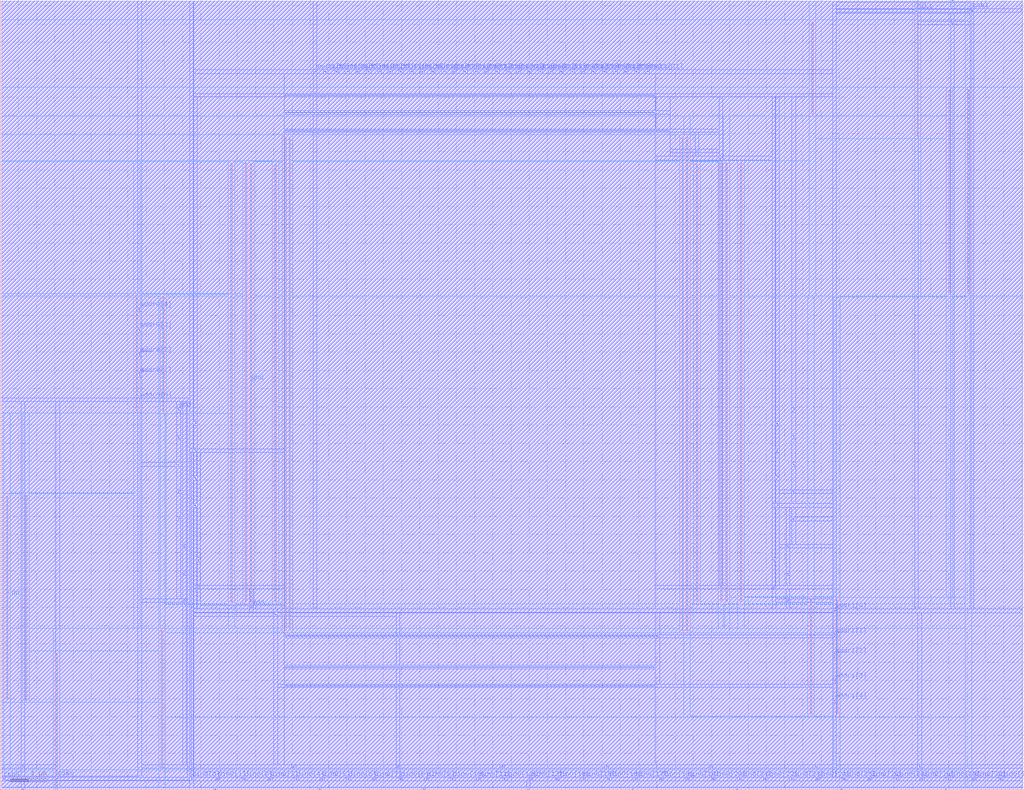
<source format=lef>
VERSION 5.4 ;
NAMESCASESENSITIVE ON ;
BUSBITCHARS "[]" ;
DIVIDERCHAR "/" ;
UNITS
  DATABASE MICRONS 2000 ;
END UNITS
MACRO freepdk45_sram_1w1r_32x32_32
   CLASS BLOCK ;
   SIZE 112.245 BY 86.67 ;
   SYMMETRY X Y R90 ;
   PIN din0[0]
      DIRECTION INPUT ;
      PORT
         LAYER metal3 ;
         RECT  20.94 1.1075 21.075 1.2425 ;
      END
   END din0[0]
   PIN din0[1]
      DIRECTION INPUT ;
      PORT
         LAYER metal3 ;
         RECT  23.8 1.1075 23.935 1.2425 ;
      END
   END din0[1]
   PIN din0[2]
      DIRECTION INPUT ;
      PORT
         LAYER metal3 ;
         RECT  26.66 1.1075 26.795 1.2425 ;
      END
   END din0[2]
   PIN din0[3]
      DIRECTION INPUT ;
      PORT
         LAYER metal3 ;
         RECT  29.52 1.1075 29.655 1.2425 ;
      END
   END din0[3]
   PIN din0[4]
      DIRECTION INPUT ;
      PORT
         LAYER metal3 ;
         RECT  32.38 1.1075 32.515 1.2425 ;
      END
   END din0[4]
   PIN din0[5]
      DIRECTION INPUT ;
      PORT
         LAYER metal3 ;
         RECT  35.24 1.1075 35.375 1.2425 ;
      END
   END din0[5]
   PIN din0[6]
      DIRECTION INPUT ;
      PORT
         LAYER metal3 ;
         RECT  38.1 1.1075 38.235 1.2425 ;
      END
   END din0[6]
   PIN din0[7]
      DIRECTION INPUT ;
      PORT
         LAYER metal3 ;
         RECT  40.96 1.1075 41.095 1.2425 ;
      END
   END din0[7]
   PIN din0[8]
      DIRECTION INPUT ;
      PORT
         LAYER metal3 ;
         RECT  43.82 1.1075 43.955 1.2425 ;
      END
   END din0[8]
   PIN din0[9]
      DIRECTION INPUT ;
      PORT
         LAYER metal3 ;
         RECT  46.68 1.1075 46.815 1.2425 ;
      END
   END din0[9]
   PIN din0[10]
      DIRECTION INPUT ;
      PORT
         LAYER metal3 ;
         RECT  49.54 1.1075 49.675 1.2425 ;
      END
   END din0[10]
   PIN din0[11]
      DIRECTION INPUT ;
      PORT
         LAYER metal3 ;
         RECT  52.4 1.1075 52.535 1.2425 ;
      END
   END din0[11]
   PIN din0[12]
      DIRECTION INPUT ;
      PORT
         LAYER metal3 ;
         RECT  55.26 1.1075 55.395 1.2425 ;
      END
   END din0[12]
   PIN din0[13]
      DIRECTION INPUT ;
      PORT
         LAYER metal3 ;
         RECT  58.12 1.1075 58.255 1.2425 ;
      END
   END din0[13]
   PIN din0[14]
      DIRECTION INPUT ;
      PORT
         LAYER metal3 ;
         RECT  60.98 1.1075 61.115 1.2425 ;
      END
   END din0[14]
   PIN din0[15]
      DIRECTION INPUT ;
      PORT
         LAYER metal3 ;
         RECT  63.84 1.1075 63.975 1.2425 ;
      END
   END din0[15]
   PIN din0[16]
      DIRECTION INPUT ;
      PORT
         LAYER metal3 ;
         RECT  66.7 1.1075 66.835 1.2425 ;
      END
   END din0[16]
   PIN din0[17]
      DIRECTION INPUT ;
      PORT
         LAYER metal3 ;
         RECT  69.56 1.1075 69.695 1.2425 ;
      END
   END din0[17]
   PIN din0[18]
      DIRECTION INPUT ;
      PORT
         LAYER metal3 ;
         RECT  72.42 1.1075 72.555 1.2425 ;
      END
   END din0[18]
   PIN din0[19]
      DIRECTION INPUT ;
      PORT
         LAYER metal3 ;
         RECT  75.28 1.1075 75.415 1.2425 ;
      END
   END din0[19]
   PIN din0[20]
      DIRECTION INPUT ;
      PORT
         LAYER metal3 ;
         RECT  78.14 1.1075 78.275 1.2425 ;
      END
   END din0[20]
   PIN din0[21]
      DIRECTION INPUT ;
      PORT
         LAYER metal3 ;
         RECT  81.0 1.1075 81.135 1.2425 ;
      END
   END din0[21]
   PIN din0[22]
      DIRECTION INPUT ;
      PORT
         LAYER metal3 ;
         RECT  83.86 1.1075 83.995 1.2425 ;
      END
   END din0[22]
   PIN din0[23]
      DIRECTION INPUT ;
      PORT
         LAYER metal3 ;
         RECT  86.72 1.1075 86.855 1.2425 ;
      END
   END din0[23]
   PIN din0[24]
      DIRECTION INPUT ;
      PORT
         LAYER metal3 ;
         RECT  89.58 1.1075 89.715 1.2425 ;
      END
   END din0[24]
   PIN din0[25]
      DIRECTION INPUT ;
      PORT
         LAYER metal3 ;
         RECT  92.44 1.1075 92.575 1.2425 ;
      END
   END din0[25]
   PIN din0[26]
      DIRECTION INPUT ;
      PORT
         LAYER metal3 ;
         RECT  95.3 1.1075 95.435 1.2425 ;
      END
   END din0[26]
   PIN din0[27]
      DIRECTION INPUT ;
      PORT
         LAYER metal3 ;
         RECT  98.16 1.1075 98.295 1.2425 ;
      END
   END din0[27]
   PIN din0[28]
      DIRECTION INPUT ;
      PORT
         LAYER metal3 ;
         RECT  101.02 1.1075 101.155 1.2425 ;
      END
   END din0[28]
   PIN din0[29]
      DIRECTION INPUT ;
      PORT
         LAYER metal3 ;
         RECT  103.88 1.1075 104.015 1.2425 ;
      END
   END din0[29]
   PIN din0[30]
      DIRECTION INPUT ;
      PORT
         LAYER metal3 ;
         RECT  106.74 1.1075 106.875 1.2425 ;
      END
   END din0[30]
   PIN din0[31]
      DIRECTION INPUT ;
      PORT
         LAYER metal3 ;
         RECT  109.6 1.1075 109.735 1.2425 ;
      END
   END din0[31]
   PIN addr0[0]
      DIRECTION INPUT ;
      PORT
         LAYER metal3 ;
         RECT  15.22 42.7075 15.355 42.8425 ;
      END
   END addr0[0]
   PIN addr0[1]
      DIRECTION INPUT ;
      PORT
         LAYER metal3 ;
         RECT  15.22 45.4375 15.355 45.5725 ;
      END
   END addr0[1]
   PIN addr0[2]
      DIRECTION INPUT ;
      PORT
         LAYER metal3 ;
         RECT  15.22 47.6475 15.355 47.7825 ;
      END
   END addr0[2]
   PIN addr0[3]
      DIRECTION INPUT ;
      PORT
         LAYER metal3 ;
         RECT  15.22 50.3775 15.355 50.5125 ;
      END
   END addr0[3]
   PIN addr0[4]
      DIRECTION INPUT ;
      PORT
         LAYER metal3 ;
         RECT  15.22 52.5875 15.355 52.7225 ;
      END
   END addr0[4]
   PIN addr1[0]
      DIRECTION INPUT ;
      PORT
         LAYER metal3 ;
         RECT  91.41 19.5675 91.545 19.7025 ;
      END
   END addr1[0]
   PIN addr1[1]
      DIRECTION INPUT ;
      PORT
         LAYER metal3 ;
         RECT  91.41 16.8375 91.545 16.9725 ;
      END
   END addr1[1]
   PIN addr1[2]
      DIRECTION INPUT ;
      PORT
         LAYER metal3 ;
         RECT  91.41 14.6275 91.545 14.7625 ;
      END
   END addr1[2]
   PIN addr1[3]
      DIRECTION INPUT ;
      PORT
         LAYER metal3 ;
         RECT  91.41 11.8975 91.545 12.0325 ;
      END
   END addr1[3]
   PIN addr1[4]
      DIRECTION INPUT ;
      PORT
         LAYER metal3 ;
         RECT  91.41 9.6875 91.545 9.8225 ;
      END
   END addr1[4]
   PIN csb0
      DIRECTION INPUT ;
      PORT
         LAYER metal3 ;
         RECT  0.285 1.1075 0.42 1.2425 ;
      END
   END csb0
   PIN csb1
      DIRECTION INPUT ;
      PORT
         LAYER metal3 ;
         RECT  106.485 85.4275 106.62 85.5625 ;
      END
   END csb1
   PIN clk0
      DIRECTION INPUT ;
      PORT
         LAYER metal3 ;
         RECT  6.2475 1.1925 6.3825 1.3275 ;
      END
   END clk0
   PIN clk1
      DIRECTION INPUT ;
      PORT
         LAYER metal3 ;
         RECT  100.3825 85.3425 100.5175 85.4775 ;
      END
   END clk1
   PIN dout1[0]
      DIRECTION OUTPUT ;
      PORT
         LAYER metal3 ;
         RECT  34.4525 78.72 34.5875 78.855 ;
      END
   END dout1[0]
   PIN dout1[1]
      DIRECTION OUTPUT ;
      PORT
         LAYER metal3 ;
         RECT  35.6275 78.72 35.7625 78.855 ;
      END
   END dout1[1]
   PIN dout1[2]
      DIRECTION OUTPUT ;
      PORT
         LAYER metal3 ;
         RECT  36.8025 78.72 36.9375 78.855 ;
      END
   END dout1[2]
   PIN dout1[3]
      DIRECTION OUTPUT ;
      PORT
         LAYER metal3 ;
         RECT  37.9775 78.72 38.1125 78.855 ;
      END
   END dout1[3]
   PIN dout1[4]
      DIRECTION OUTPUT ;
      PORT
         LAYER metal3 ;
         RECT  39.1525 78.72 39.2875 78.855 ;
      END
   END dout1[4]
   PIN dout1[5]
      DIRECTION OUTPUT ;
      PORT
         LAYER metal3 ;
         RECT  40.3275 78.72 40.4625 78.855 ;
      END
   END dout1[5]
   PIN dout1[6]
      DIRECTION OUTPUT ;
      PORT
         LAYER metal3 ;
         RECT  41.5025 78.72 41.6375 78.855 ;
      END
   END dout1[6]
   PIN dout1[7]
      DIRECTION OUTPUT ;
      PORT
         LAYER metal3 ;
         RECT  42.6775 78.72 42.8125 78.855 ;
      END
   END dout1[7]
   PIN dout1[8]
      DIRECTION OUTPUT ;
      PORT
         LAYER metal3 ;
         RECT  43.8525 78.72 43.9875 78.855 ;
      END
   END dout1[8]
   PIN dout1[9]
      DIRECTION OUTPUT ;
      PORT
         LAYER metal3 ;
         RECT  45.0275 78.72 45.1625 78.855 ;
      END
   END dout1[9]
   PIN dout1[10]
      DIRECTION OUTPUT ;
      PORT
         LAYER metal3 ;
         RECT  46.2025 78.72 46.3375 78.855 ;
      END
   END dout1[10]
   PIN dout1[11]
      DIRECTION OUTPUT ;
      PORT
         LAYER metal3 ;
         RECT  47.3775 78.72 47.5125 78.855 ;
      END
   END dout1[11]
   PIN dout1[12]
      DIRECTION OUTPUT ;
      PORT
         LAYER metal3 ;
         RECT  48.5525 78.72 48.6875 78.855 ;
      END
   END dout1[12]
   PIN dout1[13]
      DIRECTION OUTPUT ;
      PORT
         LAYER metal3 ;
         RECT  49.7275 78.72 49.8625 78.855 ;
      END
   END dout1[13]
   PIN dout1[14]
      DIRECTION OUTPUT ;
      PORT
         LAYER metal3 ;
         RECT  50.9025 78.72 51.0375 78.855 ;
      END
   END dout1[14]
   PIN dout1[15]
      DIRECTION OUTPUT ;
      PORT
         LAYER metal3 ;
         RECT  52.0775 78.72 52.2125 78.855 ;
      END
   END dout1[15]
   PIN dout1[16]
      DIRECTION OUTPUT ;
      PORT
         LAYER metal3 ;
         RECT  53.2525 78.72 53.3875 78.855 ;
      END
   END dout1[16]
   PIN dout1[17]
      DIRECTION OUTPUT ;
      PORT
         LAYER metal3 ;
         RECT  54.4275 78.72 54.5625 78.855 ;
      END
   END dout1[17]
   PIN dout1[18]
      DIRECTION OUTPUT ;
      PORT
         LAYER metal3 ;
         RECT  55.6025 78.72 55.7375 78.855 ;
      END
   END dout1[18]
   PIN dout1[19]
      DIRECTION OUTPUT ;
      PORT
         LAYER metal3 ;
         RECT  56.7775 78.72 56.9125 78.855 ;
      END
   END dout1[19]
   PIN dout1[20]
      DIRECTION OUTPUT ;
      PORT
         LAYER metal3 ;
         RECT  57.9525 78.72 58.0875 78.855 ;
      END
   END dout1[20]
   PIN dout1[21]
      DIRECTION OUTPUT ;
      PORT
         LAYER metal3 ;
         RECT  59.1275 78.72 59.2625 78.855 ;
      END
   END dout1[21]
   PIN dout1[22]
      DIRECTION OUTPUT ;
      PORT
         LAYER metal3 ;
         RECT  60.3025 78.72 60.4375 78.855 ;
      END
   END dout1[22]
   PIN dout1[23]
      DIRECTION OUTPUT ;
      PORT
         LAYER metal3 ;
         RECT  61.4775 78.72 61.6125 78.855 ;
      END
   END dout1[23]
   PIN dout1[24]
      DIRECTION OUTPUT ;
      PORT
         LAYER metal3 ;
         RECT  62.6525 78.72 62.7875 78.855 ;
      END
   END dout1[24]
   PIN dout1[25]
      DIRECTION OUTPUT ;
      PORT
         LAYER metal3 ;
         RECT  63.8275 78.72 63.9625 78.855 ;
      END
   END dout1[25]
   PIN dout1[26]
      DIRECTION OUTPUT ;
      PORT
         LAYER metal3 ;
         RECT  65.0025 78.72 65.1375 78.855 ;
      END
   END dout1[26]
   PIN dout1[27]
      DIRECTION OUTPUT ;
      PORT
         LAYER metal3 ;
         RECT  66.1775 78.72 66.3125 78.855 ;
      END
   END dout1[27]
   PIN dout1[28]
      DIRECTION OUTPUT ;
      PORT
         LAYER metal3 ;
         RECT  67.3525 78.72 67.4875 78.855 ;
      END
   END dout1[28]
   PIN dout1[29]
      DIRECTION OUTPUT ;
      PORT
         LAYER metal3 ;
         RECT  68.5275 78.72 68.6625 78.855 ;
      END
   END dout1[29]
   PIN dout1[30]
      DIRECTION OUTPUT ;
      PORT
         LAYER metal3 ;
         RECT  69.7025 78.72 69.8375 78.855 ;
      END
   END dout1[30]
   PIN dout1[31]
      DIRECTION OUTPUT ;
      PORT
         LAYER metal3 ;
         RECT  70.8775 78.72 71.0125 78.855 ;
      END
   END dout1[31]
   PIN vdd
      DIRECTION INOUT ;
      USE POWER ; 
      SHAPE ABUTMENT ; 
      PORT
         LAYER metal3 ;
         RECT  31.2675 76.1625 71.6825 76.2325 ;
         LAYER metal4 ;
         RECT  106.0775 54.42 106.2175 76.8225 ;
         LAYER metal3 ;
         RECT  84.7725 22.1675 84.9075 22.3025 ;
         LAYER metal3 ;
         RECT  43.5375 2.4725 43.6725 2.6075 ;
         LAYER metal4 ;
         RECT  17.655 2.47 17.795 17.43 ;
         LAYER metal3 ;
         RECT  104.345 84.0625 104.48 84.1975 ;
         LAYER metal3 ;
         RECT  85.1175 31.1375 85.2525 31.2725 ;
         LAYER metal3 ;
         RECT  85.1175 37.1175 85.2525 37.2525 ;
         LAYER metal3 ;
         RECT  30.1225 19.1775 30.2575 19.3125 ;
         LAYER metal3 ;
         RECT  21.3175 37.1175 21.4525 37.2525 ;
         LAYER metal3 ;
         RECT  100.7375 2.4725 100.8725 2.6075 ;
         LAYER metal3 ;
         RECT  21.6625 22.1675 21.7975 22.3025 ;
         LAYER metal4 ;
         RECT  88.97 74.18 89.11 84.2 ;
         LAYER metal3 ;
         RECT  20.6575 2.4725 20.7925 2.6075 ;
         LAYER metal3 ;
         RECT  21.6625 25.1575 21.7975 25.2925 ;
         LAYER metal4 ;
         RECT  79.56 20.67 79.7 68.72 ;
         LAYER metal3 ;
         RECT  89.2975 2.4725 89.4325 2.6075 ;
         LAYER metal3 ;
         RECT  77.8575 2.4725 77.9925 2.6075 ;
         LAYER metal3 ;
         RECT  85.1175 40.1075 85.2525 40.2425 ;
         LAYER metal4 ;
         RECT  30.12 20.67 30.26 68.65 ;
         LAYER metal3 ;
         RECT  54.9775 2.4725 55.1125 2.6075 ;
         LAYER metal4 ;
         RECT  26.87 20.67 27.01 68.72 ;
         LAYER metal3 ;
         RECT  66.4175 2.4725 66.5525 2.6075 ;
         LAYER metal3 ;
         RECT  78.945 69.22 79.08 69.355 ;
         LAYER metal3 ;
         RECT  31.2675 72.265 73.3275 72.335 ;
         LAYER metal4 ;
         RECT  91.69 8.255 91.83 20.81 ;
         LAYER metal4 ;
         RECT  75.23 17.5 75.37 71.57 ;
         LAYER metal3 ;
         RECT  21.3175 40.1075 21.4525 40.2425 ;
         LAYER metal3 ;
         RECT  21.3175 34.1275 21.4525 34.2625 ;
         LAYER metal4 ;
         RECT  31.2 17.5 31.34 71.57 ;
         LAYER metal3 ;
         RECT  84.7725 25.1575 84.9075 25.2925 ;
         LAYER metal3 ;
         RECT  31.2675 11.37 71.6825 11.44 ;
         LAYER metal3 ;
         RECT  76.3125 70.0075 76.4475 70.1425 ;
         LAYER metal3 ;
         RECT  2.425 2.4725 2.56 2.6075 ;
         LAYER metal4 ;
         RECT  14.935 41.6 15.075 54.155 ;
         LAYER metal4 ;
         RECT  76.31 20.67 76.45 68.65 ;
         LAYER metal3 ;
         RECT  31.2675 16.805 72.1525 16.875 ;
         LAYER metal4 ;
         RECT  0.6875 9.8475 0.8275 32.25 ;
         LAYER metal3 ;
         RECT  32.0975 2.4725 32.2325 2.6075 ;
         LAYER metal3 ;
         RECT  21.3175 31.1375 21.4525 31.2725 ;
         LAYER metal3 ;
         RECT  85.1175 34.1275 85.2525 34.2625 ;
         LAYER metal3 ;
         RECT  27.49 19.965 27.625 20.1 ;
      END
   END vdd
   PIN gnd
      DIRECTION INOUT ;
      USE GROUND ; 
      SHAPE ABUTMENT ; 
      PORT
         LAYER metal4 ;
         RECT  74.77 17.5 74.91 71.57 ;
         LAYER metal3 ;
         RECT  86.3 26.6525 86.435 26.7875 ;
         LAYER metal4 ;
         RECT  100.52 71.71 100.66 86.67 ;
         LAYER metal3 ;
         RECT  86.925 29.6425 87.06 29.7775 ;
         LAYER metal3 ;
         RECT  31.2675 74.27 71.7175 74.34 ;
         LAYER metal4 ;
         RECT  2.75 9.88 2.89 32.2825 ;
         LAYER metal3 ;
         RECT  20.135 20.6725 20.27 20.8075 ;
         LAYER metal3 ;
         RECT  57.8375 0.0025 57.9725 0.1375 ;
         LAYER metal4 ;
         RECT  31.66 17.5 31.8 71.57 ;
         LAYER metal3 ;
         RECT  19.51 35.6225 19.645 35.7575 ;
         LAYER metal3 ;
         RECT  86.925 32.6325 87.06 32.7675 ;
         LAYER metal3 ;
         RECT  69.2775 0.0025 69.4125 0.1375 ;
         LAYER metal4 ;
         RECT  81.15 20.6375 81.29 68.72 ;
         LAYER metal3 ;
         RECT  103.5975 0.0025 103.7325 0.1375 ;
         LAYER metal3 ;
         RECT  86.3 20.6725 86.435 20.8075 ;
         LAYER metal3 ;
         RECT  34.9575 0.0025 35.0925 0.1375 ;
         LAYER metal4 ;
         RECT  25.28 20.6375 25.42 68.72 ;
         LAYER metal3 ;
         RECT  19.51 29.6425 19.645 29.7775 ;
         LAYER metal3 ;
         RECT  92.1575 0.0025 92.2925 0.1375 ;
         LAYER metal3 ;
         RECT  2.425 0.0025 2.56 0.1375 ;
         LAYER metal4 ;
         RECT  17.795 41.535 17.935 54.09 ;
         LAYER metal3 ;
         RECT  80.7175 0.0025 80.8525 0.1375 ;
         LAYER metal3 ;
         RECT  46.3975 0.0025 46.5325 0.1375 ;
         LAYER metal4 ;
         RECT  104.015 54.3875 104.155 76.79 ;
         LAYER metal3 ;
         RECT  19.51 32.6325 19.645 32.7675 ;
         LAYER metal3 ;
         RECT  86.925 38.6125 87.06 38.7475 ;
         LAYER metal3 ;
         RECT  104.345 86.5325 104.48 86.6675 ;
         LAYER metal4 ;
         RECT  88.83 8.32 88.97 20.875 ;
         LAYER metal3 ;
         RECT  20.135 26.6525 20.27 26.7875 ;
         LAYER metal3 ;
         RECT  23.5175 0.0025 23.6525 0.1375 ;
         LAYER metal4 ;
         RECT  79.0 20.6375 79.14 68.6825 ;
         LAYER metal3 ;
         RECT  86.925 35.6225 87.06 35.7575 ;
         LAYER metal3 ;
         RECT  19.51 38.6125 19.645 38.7475 ;
         LAYER metal3 ;
         RECT  20.135 23.6625 20.27 23.7975 ;
         LAYER metal3 ;
         RECT  86.925 41.6025 87.06 41.7375 ;
         LAYER metal3 ;
         RECT  31.2675 13.42 71.6825 13.49 ;
         LAYER metal3 ;
         RECT  86.3 23.6625 86.435 23.7975 ;
         LAYER metal4 ;
         RECT  6.105 0.0 6.245 14.96 ;
         LAYER metal3 ;
         RECT  19.51 41.6025 19.645 41.7375 ;
         LAYER metal4 ;
         RECT  27.43 20.6375 27.57 68.6825 ;
      END
   END gnd
   OBS
   LAYER  metal1 ;
      RECT  0.14 0.14 112.105 86.53 ;
   LAYER  metal2 ;
      RECT  0.14 0.14 112.105 86.53 ;
   LAYER  metal3 ;
      RECT  20.8 0.14 21.215 0.9675 ;
      RECT  21.215 0.9675 23.66 1.3825 ;
      RECT  24.075 0.9675 26.52 1.3825 ;
      RECT  26.935 0.9675 29.38 1.3825 ;
      RECT  29.795 0.9675 32.24 1.3825 ;
      RECT  32.655 0.9675 35.1 1.3825 ;
      RECT  35.515 0.9675 37.96 1.3825 ;
      RECT  38.375 0.9675 40.82 1.3825 ;
      RECT  41.235 0.9675 43.68 1.3825 ;
      RECT  44.095 0.9675 46.54 1.3825 ;
      RECT  46.955 0.9675 49.4 1.3825 ;
      RECT  49.815 0.9675 52.26 1.3825 ;
      RECT  52.675 0.9675 55.12 1.3825 ;
      RECT  55.535 0.9675 57.98 1.3825 ;
      RECT  58.395 0.9675 60.84 1.3825 ;
      RECT  61.255 0.9675 63.7 1.3825 ;
      RECT  64.115 0.9675 66.56 1.3825 ;
      RECT  66.975 0.9675 69.42 1.3825 ;
      RECT  69.835 0.9675 72.28 1.3825 ;
      RECT  72.695 0.9675 75.14 1.3825 ;
      RECT  75.555 0.9675 78.0 1.3825 ;
      RECT  78.415 0.9675 80.86 1.3825 ;
      RECT  81.275 0.9675 83.72 1.3825 ;
      RECT  84.135 0.9675 86.58 1.3825 ;
      RECT  86.995 0.9675 89.44 1.3825 ;
      RECT  89.855 0.9675 92.3 1.3825 ;
      RECT  92.715 0.9675 95.16 1.3825 ;
      RECT  95.575 0.9675 98.02 1.3825 ;
      RECT  98.435 0.9675 100.88 1.3825 ;
      RECT  101.295 0.9675 103.74 1.3825 ;
      RECT  104.155 0.9675 106.6 1.3825 ;
      RECT  107.015 0.9675 109.46 1.3825 ;
      RECT  109.875 0.9675 112.105 1.3825 ;
      RECT  0.14 42.5675 15.08 42.9825 ;
      RECT  0.14 42.9825 15.08 86.53 ;
      RECT  15.08 1.3825 15.495 42.5675 ;
      RECT  15.495 42.5675 20.8 42.9825 ;
      RECT  15.495 42.9825 20.8 86.53 ;
      RECT  15.08 42.9825 15.495 45.2975 ;
      RECT  15.08 45.7125 15.495 47.5075 ;
      RECT  15.08 47.9225 15.495 50.2375 ;
      RECT  15.08 50.6525 15.495 52.4475 ;
      RECT  15.08 52.8625 15.495 86.53 ;
      RECT  91.27 19.8425 91.685 86.53 ;
      RECT  91.685 19.4275 112.105 19.8425 ;
      RECT  91.27 17.1125 91.685 19.4275 ;
      RECT  91.27 14.9025 91.685 16.6975 ;
      RECT  91.27 12.1725 91.685 14.4875 ;
      RECT  91.27 1.3825 91.685 9.5475 ;
      RECT  91.27 9.9625 91.685 11.7575 ;
      RECT  0.14 0.9675 0.145 1.3825 ;
      RECT  106.345 19.8425 106.76 85.2875 ;
      RECT  106.345 85.7025 106.76 86.53 ;
      RECT  106.76 19.8425 112.105 85.2875 ;
      RECT  106.76 85.2875 112.105 85.7025 ;
      RECT  106.76 85.7025 112.105 86.53 ;
      RECT  0.14 1.3825 6.1075 1.4675 ;
      RECT  6.1075 1.4675 6.5225 42.5675 ;
      RECT  6.5225 1.3825 15.08 1.4675 ;
      RECT  6.5225 1.4675 15.08 42.5675 ;
      RECT  0.56 0.9675 6.1075 1.0525 ;
      RECT  0.56 1.0525 6.1075 1.3825 ;
      RECT  6.1075 0.9675 6.5225 1.0525 ;
      RECT  6.5225 0.9675 20.8 1.0525 ;
      RECT  6.5225 1.0525 20.8 1.3825 ;
      RECT  91.685 19.8425 100.2425 85.2025 ;
      RECT  91.685 85.2025 100.2425 85.2875 ;
      RECT  100.2425 19.8425 100.6575 85.2025 ;
      RECT  100.6575 85.2025 106.345 85.2875 ;
      RECT  91.685 85.2875 100.2425 85.6175 ;
      RECT  91.685 85.6175 100.2425 85.7025 ;
      RECT  100.2425 85.6175 100.6575 85.7025 ;
      RECT  100.6575 85.2875 106.345 85.6175 ;
      RECT  100.6575 85.6175 106.345 85.7025 ;
      RECT  21.215 78.58 34.3125 78.995 ;
      RECT  21.215 78.995 34.3125 86.53 ;
      RECT  34.3125 78.995 34.7275 86.53 ;
      RECT  34.7275 78.995 91.27 86.53 ;
      RECT  34.7275 78.58 35.4875 78.995 ;
      RECT  35.9025 78.58 36.6625 78.995 ;
      RECT  37.0775 78.58 37.8375 78.995 ;
      RECT  38.2525 78.58 39.0125 78.995 ;
      RECT  39.4275 78.58 40.1875 78.995 ;
      RECT  40.6025 78.58 41.3625 78.995 ;
      RECT  41.7775 78.58 42.5375 78.995 ;
      RECT  42.9525 78.58 43.7125 78.995 ;
      RECT  44.1275 78.58 44.8875 78.995 ;
      RECT  45.3025 78.58 46.0625 78.995 ;
      RECT  46.4775 78.58 47.2375 78.995 ;
      RECT  47.6525 78.58 48.4125 78.995 ;
      RECT  48.8275 78.58 49.5875 78.995 ;
      RECT  50.0025 78.58 50.7625 78.995 ;
      RECT  51.1775 78.58 51.9375 78.995 ;
      RECT  52.3525 78.58 53.1125 78.995 ;
      RECT  53.5275 78.58 54.2875 78.995 ;
      RECT  54.7025 78.58 55.4625 78.995 ;
      RECT  55.8775 78.58 56.6375 78.995 ;
      RECT  57.0525 78.58 57.8125 78.995 ;
      RECT  58.2275 78.58 58.9875 78.995 ;
      RECT  59.4025 78.58 60.1625 78.995 ;
      RECT  60.5775 78.58 61.3375 78.995 ;
      RECT  61.7525 78.58 62.5125 78.995 ;
      RECT  62.9275 78.58 63.6875 78.995 ;
      RECT  64.1025 78.58 64.8625 78.995 ;
      RECT  65.2775 78.58 66.0375 78.995 ;
      RECT  66.4525 78.58 67.2125 78.995 ;
      RECT  67.6275 78.58 68.3875 78.995 ;
      RECT  68.8025 78.58 69.5625 78.995 ;
      RECT  69.9775 78.58 70.7375 78.995 ;
      RECT  71.1525 78.58 91.27 78.995 ;
      RECT  21.215 76.0225 31.1275 76.3725 ;
      RECT  21.215 76.3725 31.1275 78.58 ;
      RECT  31.1275 76.3725 34.3125 78.58 ;
      RECT  34.3125 76.3725 34.7275 78.58 ;
      RECT  34.7275 76.3725 71.8225 78.58 ;
      RECT  71.8225 76.0225 91.27 76.3725 ;
      RECT  71.8225 76.3725 91.27 78.58 ;
      RECT  71.8225 19.8425 84.6325 22.0275 ;
      RECT  71.8225 22.0275 84.6325 22.4425 ;
      RECT  84.6325 19.8425 85.0475 22.0275 ;
      RECT  85.0475 22.0275 91.27 22.4425 ;
      RECT  21.215 1.3825 43.3975 2.3325 ;
      RECT  43.3975 1.3825 43.8125 2.3325 ;
      RECT  43.8125 1.3825 91.27 2.3325 ;
      RECT  100.6575 19.8425 104.205 83.9225 ;
      RECT  100.6575 83.9225 104.205 84.3375 ;
      RECT  100.6575 84.3375 104.205 85.2025 ;
      RECT  104.205 19.8425 104.62 83.9225 ;
      RECT  104.205 84.3375 104.62 85.2025 ;
      RECT  104.62 19.8425 106.345 83.9225 ;
      RECT  104.62 83.9225 106.345 84.3375 ;
      RECT  104.62 84.3375 106.345 85.2025 ;
      RECT  84.6325 30.9975 84.9775 31.4125 ;
      RECT  84.6325 31.4125 84.9775 76.0225 ;
      RECT  85.0475 22.4425 85.3925 30.9975 ;
      RECT  85.3925 30.9975 91.27 31.4125 ;
      RECT  21.215 19.4275 29.9825 19.4525 ;
      RECT  29.9825 19.4525 30.3975 19.8425 ;
      RECT  30.3975 19.4275 91.27 19.4525 ;
      RECT  30.3975 19.4525 91.27 19.8425 ;
      RECT  21.215 2.7475 29.9825 19.0375 ;
      RECT  21.215 19.0375 29.9825 19.4275 ;
      RECT  29.9825 2.7475 30.3975 19.0375 ;
      RECT  30.3975 19.0375 43.3975 19.4275 ;
      RECT  20.8 36.9775 21.1775 37.3925 ;
      RECT  20.8 37.3925 21.1775 86.53 ;
      RECT  21.5925 36.9775 31.1275 37.3925 ;
      RECT  21.5925 37.3925 31.1275 76.0225 ;
      RECT  91.685 1.3825 100.5975 2.3325 ;
      RECT  91.685 2.3325 100.5975 2.7475 ;
      RECT  91.685 2.7475 100.5975 19.4275 ;
      RECT  100.5975 1.3825 101.0125 2.3325 ;
      RECT  100.5975 2.7475 101.0125 19.4275 ;
      RECT  101.0125 1.3825 112.105 2.3325 ;
      RECT  101.0125 2.3325 112.105 2.7475 ;
      RECT  101.0125 2.7475 112.105 19.4275 ;
      RECT  21.215 19.8425 21.5225 22.0275 ;
      RECT  21.215 22.0275 21.5225 22.4425 ;
      RECT  21.5225 19.8425 21.5925 22.0275 ;
      RECT  21.5925 19.8425 21.9375 22.0275 ;
      RECT  21.9375 22.0275 31.1275 22.4425 ;
      RECT  21.9375 22.4425 31.1275 36.9775 ;
      RECT  15.495 1.3825 20.5175 2.3325 ;
      RECT  15.495 2.3325 20.5175 2.7475 ;
      RECT  20.5175 1.3825 20.8 2.3325 ;
      RECT  20.5175 2.7475 20.8 42.5675 ;
      RECT  20.8 1.3825 20.9325 2.3325 ;
      RECT  20.8 2.7475 20.9325 36.9775 ;
      RECT  20.9325 1.3825 21.1775 2.3325 ;
      RECT  20.9325 2.3325 21.1775 2.7475 ;
      RECT  20.9325 2.7475 21.1775 36.9775 ;
      RECT  21.5225 22.4425 21.5925 25.0175 ;
      RECT  21.5925 22.4425 21.9375 25.0175 ;
      RECT  21.5925 25.4325 21.9375 36.9775 ;
      RECT  89.5725 2.3325 91.27 2.7475 ;
      RECT  78.1325 2.3325 89.1575 2.7475 ;
      RECT  84.9775 37.3925 85.0475 39.9675 ;
      RECT  84.9775 40.3825 85.0475 76.0225 ;
      RECT  85.0475 37.3925 85.3925 39.9675 ;
      RECT  85.0475 40.3825 85.3925 76.0225 ;
      RECT  43.8125 2.3325 54.8375 2.7475 ;
      RECT  55.2525 2.3325 66.2775 2.7475 ;
      RECT  66.6925 2.3325 77.7175 2.7475 ;
      RECT  71.8225 22.4425 78.805 69.08 ;
      RECT  71.8225 69.08 78.805 69.495 ;
      RECT  78.805 22.4425 79.22 69.08 ;
      RECT  78.805 69.495 79.22 76.0225 ;
      RECT  79.22 22.4425 84.6325 69.08 ;
      RECT  79.22 69.08 84.6325 69.495 ;
      RECT  79.22 69.495 84.6325 76.0225 ;
      RECT  31.1275 19.8425 34.3125 72.125 ;
      RECT  34.3125 19.8425 34.7275 72.125 ;
      RECT  34.7275 19.8425 71.8225 72.125 ;
      RECT  71.8225 69.495 73.4675 72.125 ;
      RECT  73.4675 72.125 78.805 72.475 ;
      RECT  73.4675 72.475 78.805 76.0225 ;
      RECT  21.1775 37.3925 21.215 39.9675 ;
      RECT  21.1775 40.3825 21.215 86.53 ;
      RECT  21.215 37.3925 21.5925 39.9675 ;
      RECT  21.215 40.3825 21.5925 76.0225 ;
      RECT  21.1775 34.4025 21.215 36.9775 ;
      RECT  21.215 34.4025 21.5225 36.9775 ;
      RECT  21.5225 34.4025 21.5925 36.9775 ;
      RECT  84.6325 22.4425 84.9775 25.0175 ;
      RECT  84.6325 25.4325 84.9775 30.9975 ;
      RECT  84.9775 22.4425 85.0475 25.0175 ;
      RECT  84.9775 25.4325 85.0475 30.9975 ;
      RECT  43.3975 2.7475 43.8125 11.23 ;
      RECT  43.8125 2.7475 71.8225 11.23 ;
      RECT  71.8225 2.7475 91.27 11.23 ;
      RECT  71.8225 11.23 91.27 11.58 ;
      RECT  30.3975 2.7475 31.1275 11.23 ;
      RECT  30.3975 11.23 31.1275 11.58 ;
      RECT  30.3975 11.58 31.1275 19.0375 ;
      RECT  31.1275 2.7475 43.3975 11.23 ;
      RECT  73.4675 69.495 76.1725 69.8675 ;
      RECT  73.4675 69.8675 76.1725 70.2825 ;
      RECT  73.4675 70.2825 76.1725 72.125 ;
      RECT  76.1725 69.495 76.5875 69.8675 ;
      RECT  76.1725 70.2825 76.5875 72.125 ;
      RECT  76.5875 69.495 78.805 69.8675 ;
      RECT  76.5875 69.8675 78.805 70.2825 ;
      RECT  76.5875 70.2825 78.805 72.125 ;
      RECT  0.14 1.4675 2.285 2.3325 ;
      RECT  0.14 2.3325 2.285 2.7475 ;
      RECT  0.14 2.7475 2.285 42.5675 ;
      RECT  2.285 1.4675 2.7 2.3325 ;
      RECT  2.285 2.7475 2.7 42.5675 ;
      RECT  2.7 1.4675 6.1075 2.3325 ;
      RECT  2.7 2.3325 6.1075 2.7475 ;
      RECT  2.7 2.7475 6.1075 42.5675 ;
      RECT  43.3975 17.015 43.8125 19.4275 ;
      RECT  43.8125 17.015 71.8225 19.4275 ;
      RECT  71.8225 11.58 72.2925 16.665 ;
      RECT  71.8225 17.015 72.2925 19.4275 ;
      RECT  72.2925 11.58 91.27 16.665 ;
      RECT  72.2925 16.665 91.27 17.015 ;
      RECT  72.2925 17.015 91.27 19.4275 ;
      RECT  31.1275 17.015 43.3975 19.0375 ;
      RECT  21.215 2.3325 31.9575 2.7475 ;
      RECT  32.3725 2.3325 43.3975 2.7475 ;
      RECT  21.1775 1.3825 21.215 30.9975 ;
      RECT  21.1775 31.4125 21.215 33.9875 ;
      RECT  21.215 22.4425 21.5225 30.9975 ;
      RECT  21.215 31.4125 21.5225 33.9875 ;
      RECT  21.5225 25.4325 21.5925 30.9975 ;
      RECT  21.5225 31.4125 21.5925 33.9875 ;
      RECT  84.9775 31.4125 85.0475 33.9875 ;
      RECT  84.9775 34.4025 85.0475 36.9775 ;
      RECT  85.0475 31.4125 85.3925 33.9875 ;
      RECT  85.0475 34.4025 85.3925 36.9775 ;
      RECT  21.215 19.4525 27.35 19.825 ;
      RECT  21.215 19.825 27.35 19.8425 ;
      RECT  27.35 19.4525 27.765 19.825 ;
      RECT  27.765 19.4525 29.9825 19.825 ;
      RECT  27.765 19.825 29.9825 19.8425 ;
      RECT  21.9375 19.8425 27.35 20.24 ;
      RECT  21.9375 20.24 27.35 22.0275 ;
      RECT  27.35 20.24 27.765 22.0275 ;
      RECT  27.765 19.8425 31.1275 20.24 ;
      RECT  27.765 20.24 31.1275 22.0275 ;
      RECT  85.3925 22.4425 86.16 26.5125 ;
      RECT  85.3925 26.5125 86.16 26.9275 ;
      RECT  85.3925 26.9275 86.16 30.9975 ;
      RECT  86.16 26.9275 86.575 30.9975 ;
      RECT  86.575 22.4425 91.27 26.5125 ;
      RECT  86.575 26.5125 91.27 26.9275 ;
      RECT  86.575 26.9275 86.785 29.5025 ;
      RECT  86.575 29.5025 86.785 29.9175 ;
      RECT  86.575 29.9175 86.785 30.9975 ;
      RECT  86.785 26.9275 87.2 29.5025 ;
      RECT  86.785 29.9175 87.2 30.9975 ;
      RECT  87.2 26.9275 91.27 29.5025 ;
      RECT  87.2 29.5025 91.27 29.9175 ;
      RECT  87.2 29.9175 91.27 30.9975 ;
      RECT  31.1275 72.475 34.3125 74.13 ;
      RECT  31.1275 74.48 34.3125 76.0225 ;
      RECT  34.3125 72.475 34.7275 74.13 ;
      RECT  34.3125 74.48 34.7275 76.0225 ;
      RECT  34.7275 72.475 71.8225 74.13 ;
      RECT  34.7275 74.48 71.8225 76.0225 ;
      RECT  71.8225 72.475 71.8575 74.13 ;
      RECT  71.8225 74.48 71.8575 76.0225 ;
      RECT  71.8575 72.475 73.4675 74.13 ;
      RECT  71.8575 74.13 73.4675 74.48 ;
      RECT  71.8575 74.48 73.4675 76.0225 ;
      RECT  15.495 2.7475 19.995 20.5325 ;
      RECT  15.495 20.5325 19.995 20.9475 ;
      RECT  19.995 2.7475 20.41 20.5325 ;
      RECT  20.41 2.7475 20.5175 20.5325 ;
      RECT  20.41 20.5325 20.5175 20.9475 ;
      RECT  20.41 20.9475 20.5175 42.5675 ;
      RECT  21.215 0.2775 57.6975 0.9675 ;
      RECT  57.6975 0.2775 58.1125 0.9675 ;
      RECT  58.1125 0.2775 112.105 0.9675 ;
      RECT  15.495 20.9475 19.37 35.4825 ;
      RECT  15.495 35.4825 19.37 35.8975 ;
      RECT  15.495 35.8975 19.37 42.5675 ;
      RECT  19.785 20.9475 19.995 35.4825 ;
      RECT  19.785 35.4825 19.995 35.8975 ;
      RECT  19.785 35.8975 19.995 42.5675 ;
      RECT  85.3925 31.4125 86.785 32.4925 ;
      RECT  85.3925 32.4925 86.785 32.9075 ;
      RECT  85.3925 32.9075 86.785 76.0225 ;
      RECT  86.785 31.4125 87.2 32.4925 ;
      RECT  87.2 31.4125 91.27 32.4925 ;
      RECT  87.2 32.4925 91.27 32.9075 ;
      RECT  87.2 32.9075 91.27 76.0225 ;
      RECT  58.1125 0.14 69.1375 0.2775 ;
      RECT  103.8725 0.14 112.105 0.2775 ;
      RECT  85.0475 19.8425 86.16 20.5325 ;
      RECT  85.0475 20.5325 86.16 20.9475 ;
      RECT  85.0475 20.9475 86.16 22.0275 ;
      RECT  86.16 19.8425 86.575 20.5325 ;
      RECT  86.16 20.9475 86.575 22.0275 ;
      RECT  86.575 19.8425 91.27 20.5325 ;
      RECT  86.575 20.5325 91.27 20.9475 ;
      RECT  86.575 20.9475 91.27 22.0275 ;
      RECT  19.37 20.9475 19.785 29.5025 ;
      RECT  92.4325 0.14 103.4575 0.2775 ;
      RECT  0.14 0.14 2.285 0.2775 ;
      RECT  0.14 0.2775 2.285 0.9675 ;
      RECT  2.285 0.2775 2.7 0.9675 ;
      RECT  2.7 0.14 20.8 0.2775 ;
      RECT  2.7 0.2775 20.8 0.9675 ;
      RECT  69.5525 0.14 80.5775 0.2775 ;
      RECT  80.9925 0.14 92.0175 0.2775 ;
      RECT  35.2325 0.14 46.2575 0.2775 ;
      RECT  46.6725 0.14 57.6975 0.2775 ;
      RECT  19.37 29.9175 19.785 32.4925 ;
      RECT  19.37 32.9075 19.785 35.4825 ;
      RECT  91.685 85.7025 104.205 86.3925 ;
      RECT  91.685 86.3925 104.205 86.53 ;
      RECT  104.205 85.7025 104.62 86.3925 ;
      RECT  104.62 85.7025 106.345 86.3925 ;
      RECT  104.62 86.3925 106.345 86.53 ;
      RECT  19.995 26.9275 20.41 42.5675 ;
      RECT  21.215 0.14 23.3775 0.2775 ;
      RECT  23.7925 0.14 34.8175 0.2775 ;
      RECT  86.785 32.9075 87.2 35.4825 ;
      RECT  86.785 35.8975 87.2 38.4725 ;
      RECT  19.37 35.8975 19.785 38.4725 ;
      RECT  19.995 20.9475 20.41 23.5225 ;
      RECT  19.995 23.9375 20.41 26.5125 ;
      RECT  86.785 38.8875 87.2 41.4625 ;
      RECT  86.785 41.8775 87.2 76.0225 ;
      RECT  43.3975 11.58 43.8125 13.28 ;
      RECT  43.3975 13.63 43.8125 16.665 ;
      RECT  43.8125 11.58 71.8225 13.28 ;
      RECT  43.8125 13.63 71.8225 16.665 ;
      RECT  31.1275 11.58 43.3975 13.28 ;
      RECT  31.1275 13.63 43.3975 16.665 ;
      RECT  86.16 22.4425 86.575 23.5225 ;
      RECT  86.16 23.9375 86.575 26.5125 ;
      RECT  19.37 38.8875 19.785 41.4625 ;
      RECT  19.37 41.8775 19.785 42.5675 ;
   LAYER  metal4 ;
      RECT  105.7975 0.14 106.4975 54.14 ;
      RECT  105.7975 77.1025 106.4975 86.53 ;
      RECT  106.4975 0.14 112.105 54.14 ;
      RECT  106.4975 54.14 112.105 77.1025 ;
      RECT  106.4975 77.1025 112.105 86.53 ;
      RECT  17.375 0.14 18.075 2.19 ;
      RECT  18.075 0.14 105.7975 2.19 ;
      RECT  0.14 73.9 88.69 77.1025 ;
      RECT  88.69 54.14 89.39 73.9 ;
      RECT  0.14 77.1025 88.69 84.48 ;
      RECT  0.14 84.48 88.69 86.53 ;
      RECT  88.69 84.48 89.39 86.53 ;
      RECT  79.28 69.0 79.98 73.9 ;
      RECT  79.98 69.0 88.69 73.9 ;
      RECT  29.84 68.93 30.54 69.0 ;
      RECT  18.075 2.19 91.41 7.975 ;
      RECT  91.41 2.19 92.11 7.975 ;
      RECT  92.11 2.19 105.7975 7.975 ;
      RECT  92.11 7.975 105.7975 17.71 ;
      RECT  92.11 17.71 105.7975 20.39 ;
      RECT  91.41 21.09 92.11 54.14 ;
      RECT  92.11 20.39 105.7975 21.09 ;
      RECT  0.14 71.85 74.95 73.9 ;
      RECT  74.95 71.85 75.65 73.9 ;
      RECT  75.65 69.0 79.28 71.85 ;
      RECT  75.65 71.85 79.28 73.9 ;
      RECT  18.075 7.975 74.95 17.22 ;
      RECT  74.95 7.975 75.65 17.22 ;
      RECT  0.14 69.0 30.92 71.85 ;
      RECT  30.54 20.39 30.92 54.14 ;
      RECT  30.54 54.14 30.92 68.93 ;
      RECT  30.54 68.93 30.92 69.0 ;
      RECT  18.075 17.22 30.92 17.71 ;
      RECT  0.14 41.32 14.655 54.14 ;
      RECT  14.655 17.71 15.355 41.32 ;
      RECT  15.355 17.71 17.375 41.32 ;
      RECT  15.355 41.32 17.375 54.14 ;
      RECT  0.14 54.14 14.655 54.435 ;
      RECT  0.14 54.435 14.655 68.93 ;
      RECT  14.655 54.435 15.355 68.93 ;
      RECT  75.65 20.39 76.03 54.14 ;
      RECT  75.65 54.14 76.03 68.93 ;
      RECT  0.14 2.19 0.4075 9.5675 ;
      RECT  0.14 9.5675 0.4075 17.71 ;
      RECT  0.4075 2.19 1.1075 9.5675 ;
      RECT  0.14 17.71 0.4075 32.53 ;
      RECT  0.14 32.53 0.4075 41.32 ;
      RECT  0.4075 32.53 1.1075 41.32 ;
      RECT  89.39 54.14 100.24 71.43 ;
      RECT  89.39 71.43 100.24 73.9 ;
      RECT  100.24 54.14 100.94 71.43 ;
      RECT  89.39 73.9 100.24 77.1025 ;
      RECT  89.39 77.1025 100.24 84.48 ;
      RECT  100.94 77.1025 105.7975 84.48 ;
      RECT  89.39 84.48 100.24 86.53 ;
      RECT  100.94 84.48 105.7975 86.53 ;
      RECT  1.1075 9.5675 2.47 9.6 ;
      RECT  1.1075 9.6 2.47 17.71 ;
      RECT  2.47 9.5675 3.17 9.6 ;
      RECT  1.1075 17.71 2.47 32.53 ;
      RECT  3.17 17.71 14.655 32.53 ;
      RECT  1.1075 32.53 2.47 32.5625 ;
      RECT  1.1075 32.5625 2.47 41.32 ;
      RECT  2.47 32.5625 3.17 41.32 ;
      RECT  3.17 32.53 14.655 32.5625 ;
      RECT  3.17 32.5625 14.655 41.32 ;
      RECT  32.08 17.71 74.49 20.39 ;
      RECT  32.08 69.0 74.49 71.85 ;
      RECT  32.08 20.39 74.49 54.14 ;
      RECT  32.08 54.14 74.49 68.93 ;
      RECT  32.08 68.93 74.49 69.0 ;
      RECT  32.08 17.22 74.49 17.71 ;
      RECT  79.98 54.14 80.87 69.0 ;
      RECT  81.57 54.14 88.69 69.0 ;
      RECT  79.98 17.71 80.87 20.3575 ;
      RECT  79.98 20.3575 80.87 20.39 ;
      RECT  80.87 17.71 81.57 20.3575 ;
      RECT  79.98 20.39 80.87 21.09 ;
      RECT  79.98 21.09 80.87 54.14 ;
      RECT  25.7 20.39 26.59 54.14 ;
      RECT  0.14 68.93 25.0 69.0 ;
      RECT  25.7 68.93 26.59 69.0 ;
      RECT  18.075 17.71 25.0 20.3575 ;
      RECT  18.075 20.3575 25.0 20.39 ;
      RECT  25.0 17.71 25.7 20.3575 ;
      RECT  25.7 17.71 30.92 20.3575 ;
      RECT  25.7 54.14 26.59 54.435 ;
      RECT  15.355 54.435 25.0 68.93 ;
      RECT  25.7 54.435 26.59 68.93 ;
      RECT  17.375 17.71 17.515 41.255 ;
      RECT  17.375 41.255 17.515 54.14 ;
      RECT  17.515 17.71 18.075 41.255 ;
      RECT  18.075 20.39 18.215 41.255 ;
      RECT  18.215 20.39 25.0 41.255 ;
      RECT  18.215 41.255 25.0 54.14 ;
      RECT  15.355 54.14 17.515 54.37 ;
      RECT  15.355 54.37 17.515 54.435 ;
      RECT  17.515 54.37 18.215 54.435 ;
      RECT  18.215 54.14 25.0 54.37 ;
      RECT  18.215 54.37 25.0 54.435 ;
      RECT  92.11 21.09 103.735 54.1075 ;
      RECT  92.11 54.1075 103.735 54.14 ;
      RECT  103.735 21.09 104.435 54.1075 ;
      RECT  104.435 21.09 105.7975 54.1075 ;
      RECT  104.435 54.1075 105.7975 54.14 ;
      RECT  100.94 54.14 103.735 71.43 ;
      RECT  104.435 54.14 105.7975 71.43 ;
      RECT  100.94 71.43 103.735 73.9 ;
      RECT  104.435 71.43 105.7975 73.9 ;
      RECT  100.94 73.9 103.735 77.07 ;
      RECT  100.94 77.07 103.735 77.1025 ;
      RECT  103.735 77.07 104.435 77.1025 ;
      RECT  104.435 73.9 105.7975 77.07 ;
      RECT  104.435 77.07 105.7975 77.1025 ;
      RECT  75.65 7.975 88.55 8.04 ;
      RECT  75.65 8.04 88.55 17.22 ;
      RECT  88.55 7.975 89.25 8.04 ;
      RECT  89.25 7.975 91.41 8.04 ;
      RECT  89.25 8.04 91.41 17.22 ;
      RECT  75.65 17.22 88.55 17.71 ;
      RECT  89.25 17.22 91.41 17.71 ;
      RECT  81.57 17.71 88.55 20.3575 ;
      RECT  89.25 17.71 91.41 20.3575 ;
      RECT  81.57 20.3575 88.55 20.39 ;
      RECT  89.25 20.3575 91.41 20.39 ;
      RECT  81.57 20.39 88.55 21.09 ;
      RECT  89.25 20.39 91.41 21.09 ;
      RECT  81.57 21.09 88.55 21.155 ;
      RECT  81.57 21.155 88.55 54.14 ;
      RECT  88.55 21.155 89.25 54.14 ;
      RECT  89.25 21.09 91.41 21.155 ;
      RECT  89.25 21.155 91.41 54.14 ;
      RECT  79.28 17.71 79.42 20.3575 ;
      RECT  79.42 17.71 79.98 20.3575 ;
      RECT  79.42 20.3575 79.98 20.39 ;
      RECT  75.65 17.71 78.72 20.3575 ;
      RECT  75.65 20.3575 78.72 20.39 ;
      RECT  78.72 17.71 79.28 20.3575 ;
      RECT  75.65 68.93 78.72 68.9625 ;
      RECT  75.65 68.9625 78.72 69.0 ;
      RECT  78.72 68.9625 79.28 69.0 ;
      RECT  76.73 20.39 78.72 54.14 ;
      RECT  76.73 54.14 78.72 68.93 ;
      RECT  0.14 0.14 5.825 2.19 ;
      RECT  6.525 0.14 17.375 2.19 ;
      RECT  1.1075 2.19 5.825 9.5675 ;
      RECT  6.525 2.19 17.375 9.5675 ;
      RECT  3.17 9.5675 5.825 9.6 ;
      RECT  6.525 9.5675 17.375 9.6 ;
      RECT  3.17 9.6 5.825 15.24 ;
      RECT  3.17 15.24 5.825 17.71 ;
      RECT  5.825 15.24 6.525 17.71 ;
      RECT  6.525 9.6 17.375 15.24 ;
      RECT  6.525 15.24 17.375 17.71 ;
      RECT  27.85 20.39 29.84 54.14 ;
      RECT  27.85 54.14 29.84 68.93 ;
      RECT  27.29 68.9625 27.85 69.0 ;
      RECT  27.85 68.93 29.84 68.9625 ;
      RECT  27.85 68.9625 29.84 69.0 ;
      RECT  25.7 20.3575 27.15 20.39 ;
      RECT  27.85 20.3575 30.92 20.39 ;
   END
END    freepdk45_sram_1w1r_32x32_32
END    LIBRARY

</source>
